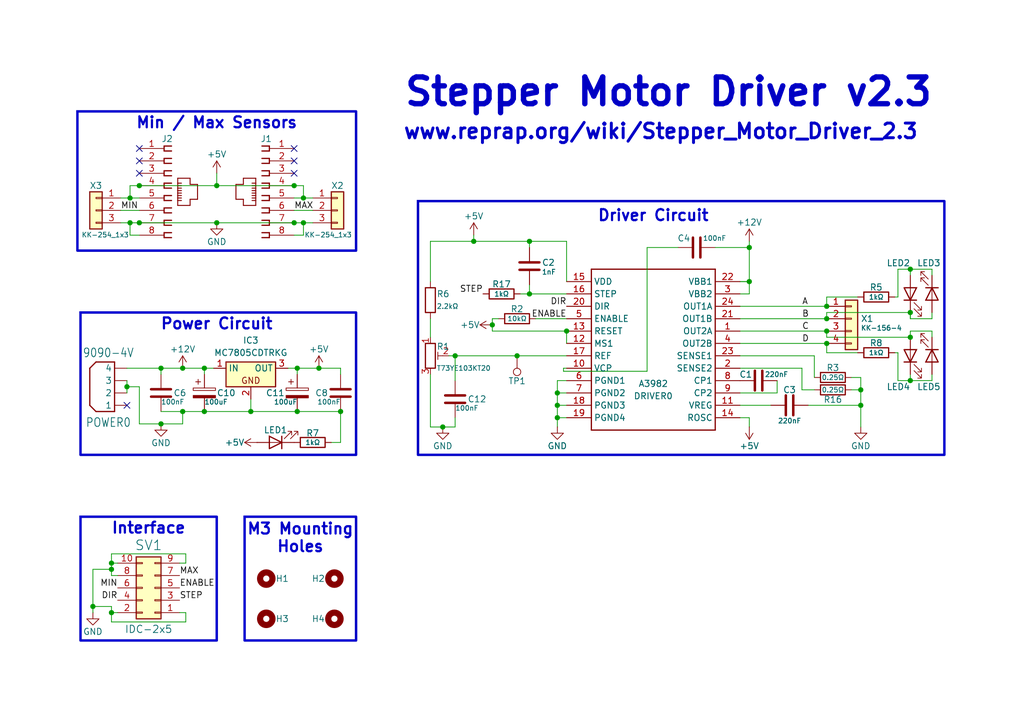
<source format=kicad_sch>
(kicad_sch (version 20231120) (generator "eeschema") (generator_version "8.0")
  (paper "A5")
  (title_block (title "Generation 3 Electronics - Motor Driver") (date "2024-10-25") (rev "2.3") (company "Originally Drawn 2009 by Zach Hoeken") (comment 1 "Updated to KiCad 8.0 by Pera, 2024") (comment 2 "https://www.reprap.org/wiki/Stepper_Motor_Driver_2.3"))
  (lib_symbols
    (symbol "Connector:TestPoint" (pin_numbers hide) (pin_names (offset 0.762) hide)
      (property "Reference" "TP" (at 0 6.858 0))
      (property "Value" "TestPoint" (at 0 5.08 0))
      (symbol "TestPoint_0_1"
        (circle (center 0 3.302) (radius 0.762))
      )
      (symbol "TestPoint_1_1"
        (pin passive line (at 0 0 90) (length 2.54) (name "1") (number "1"))
      )
    )
    (symbol "Connector_Generic:Conn_01x03" (pin_names (offset 1.016) hide)
      (property "Reference" "J" (at 0 5.08 0))
      (property "Value" "Conn_01x03" (at 0 -5.08 0))
      (symbol "Conn_01x03_1_1"
        (rectangle (start -1.27 -2.413) (end 0 -2.667) (stroke (width 0.1524)))
        (rectangle (start -1.27 0.127) (end 0 -0.127) (stroke (width 0.1524)))
        (rectangle (start -1.27 2.667) (end 0 2.413) (stroke (width 0.1524)))
        (rectangle (start -1.27 3.81) (end 1.27 -3.81) (stroke (width 0.254)) (fill (type background)))
        (pin passive line (at -5.08 2.54 0) (length 3.81) (name "Pin_1") (number "1"))
        (pin passive line (at -5.08 0 0) (length 3.81) (name "Pin_2") (number "2"))
        (pin passive line (at -5.08 -2.54 0) (length 3.81) (name "Pin_3") (number "3"))
      )
    )
    (symbol "Connector_Generic:Conn_01x04" (pin_names (offset 1.016) hide)
      (property "Reference" "J" (at 0 5.08 0))
      (property "Value" "Conn_01x04" (at 0 -7.62 0))
      (symbol "Conn_01x04_1_1"
        (rectangle (start -1.27 -4.953) (end 0 -5.207) (stroke (width 0.1524)))
        (rectangle (start -1.27 -2.413) (end 0 -2.667) (stroke (width 0.1524)))
        (rectangle (start -1.27 0.127) (end 0 -0.127) (stroke (width 0.1524)))
        (rectangle (start -1.27 2.667) (end 0 2.413) (stroke (width 0.1524)))
        (rectangle (start -1.27 3.81) (end 1.27 -6.35) (stroke (width 0.254)) (fill (type background)))
        (pin passive line (at -5.08 2.54 0) (length 3.81) (name "Pin_1") (number "1"))
        (pin passive line (at -5.08 0 0) (length 3.81) (name "Pin_2") (number "2"))
        (pin passive line (at -5.08 -2.54 0) (length 3.81) (name "Pin_3") (number "3"))
        (pin passive line (at -5.08 -5.08 0) (length 3.81) (name "Pin_4") (number "4"))
      )
    )
    (symbol "Connector_Generic:Conn_02x05_Odd_Even" (pin_names (offset 1.016) hide)
      (property "Reference" "J" (at 1.27 7.62 0))
      (property "Value" "Conn_02x05_Odd_Even" (at 1.27 -7.62 0))
      (symbol "Conn_02x05_Odd_Even_1_1"
        (rectangle (start -1.27 -4.953) (end 0 -5.207))
        (rectangle (start -1.27 -2.413) (end 0 -2.667))
        (rectangle (start -1.27 0.127) (end 0 -0.127))
        (rectangle (start -1.27 2.667) (end 0 2.413))
        (rectangle (start -1.27 5.207) (end 0 4.953))
        (rectangle (start -1.27 6.35) (end 3.81 -6.35) (stroke (width 0.254)) (fill (type background)))
        (rectangle (start 3.81 -4.953) (end 2.54 -5.207))
        (rectangle (start 3.81 -2.413) (end 2.54 -2.667))
        (rectangle (start 3.81 0.127) (end 2.54 -0.127))
        (rectangle (start 3.81 2.667) (end 2.54 2.413))
        (rectangle (start 3.81 5.207) (end 2.54 4.953))
        (pin passive line (at -5.08 5.08 0) (length 3.81) (name "Pin_1") (number "1"))
        (pin passive line (at 7.62 -5.08 180) (length 3.81) (name "Pin_10") (number "10"))
        (pin passive line (at 7.62 5.08 180) (length 3.81) (name "Pin_2") (number "2"))
        (pin passive line (at -5.08 2.54 0) (length 3.81) (name "Pin_3") (number "3"))
        (pin passive line (at 7.62 2.54 180) (length 3.81) (name "Pin_4") (number "4"))
        (pin passive line (at -5.08 0 0) (length 3.81) (name "Pin_5") (number "5"))
        (pin passive line (at 7.62 0 180) (length 3.81) (name "Pin_6") (number "6"))
        (pin passive line (at -5.08 -2.54 0) (length 3.81) (name "Pin_7") (number "7"))
        (pin passive line (at 7.62 -2.54 180) (length 3.81) (name "Pin_8") (number "8"))
        (pin passive line (at -5.08 -5.08 0) (length 3.81) (name "Pin_9") (number "9"))
      )
    )
    (symbol "Device:C" (pin_numbers hide) (pin_names (offset 0.254))
      (property "Reference" "C" (at 0.635 2.54 0))
      (property "Value" "C" (at 0.635 -2.54 0))
      (symbol "C_0_1"
        (polyline (pts (xy -2.032 -0.762) (xy 2.032 -0.762)) (stroke (width 0.508)))
        (polyline (pts (xy -2.032 0.762) (xy 2.032 0.762)) (stroke (width 0.508)))
      )
      (symbol "C_1_1"
        (pin passive line (at 0 3.81 270) (length 2.794) (name "~") (number "1"))
        (pin passive line (at 0 -3.81 90) (length 2.794) (name "~") (number "2"))
      )
    )
    (symbol "Device:C_Polarized" (pin_numbers hide) (pin_names (offset 0.254))
      (property "Reference" "C" (at 0.635 2.54 0))
      (property "Value" "C_Polarized" (at 0.635 -2.54 0))
      (symbol "C_Polarized_0_1"
        (rectangle (start -2.286 0.508) (end 2.286 1.016))
        (polyline (pts (xy -1.778 2.286) (xy -0.762 2.286)))
        (polyline (pts (xy -1.27 2.794) (xy -1.27 1.778)))
        (rectangle (start 2.286 -0.508) (end -2.286 -1.016) (fill (type outline)))
      )
      (symbol "C_Polarized_1_1"
        (pin passive line (at 0 3.81 270) (length 2.794) (name "~") (number "1"))
        (pin passive line (at 0 -3.81 90) (length 2.794) (name "~") (number "2"))
      )
    )
    (symbol "Device:LED" (pin_numbers hide) (pin_names (offset 1.016) hide)
      (property "Reference" "D" (at 0 2.54 0))
      (property "Value" "LED" (at 0 -2.54 0))
      (symbol "LED_0_1"
        (polyline (pts (xy -1.27 -1.27) (xy -1.27 1.27)) (stroke (width 0.254)))
        (polyline (pts (xy -1.27 0) (xy 1.27 0)))
        (polyline (pts (xy 1.27 -1.27) (xy 1.27 1.27) (xy -1.27 0) (xy 1.27 -1.27)) (stroke (width 0.254)))
        (polyline (pts (xy -3.048 -0.762) (xy -4.572 -2.286) (xy -3.81 -2.286) (xy -4.572 -2.286) (xy -4.572 -1.524)))
        (polyline (pts (xy -1.778 -0.762) (xy -3.302 -2.286) (xy -2.54 -2.286) (xy -3.302 -2.286) (xy -3.302 -1.524)))
      )
      (symbol "LED_1_1"
        (pin passive line (at -3.81 0 0) (length 2.54) (name "K") (number "1"))
        (pin passive line (at 3.81 0 180) (length 2.54) (name "A") (number "2"))
      )
    )
    (symbol "Device:R" (pin_numbers hide) (pin_names (offset 0))
      (property "Reference" "R" (at 2.032 0 90))
      (property "Value" "R" (at 0 0 90))
      (symbol "R_0_1"
        (rectangle (start -1.016 -2.54) (end 1.016 2.54) (stroke (width 0.254)))
      )
      (symbol "R_1_1"
        (pin passive line (at 0 3.81 270) (length 1.27) (name "~") (number "1"))
        (pin passive line (at 0 -3.81 90) (length 1.27) (name "~") (number "2"))
      )
    )
    (symbol "Device:R_Potentiometer_Trim" (pin_names (offset 1.016) hide)
      (property "Reference" "RV" (at -4.445 0 90))
      (property "Value" "R_Potentiometer_Trim" (at -2.54 0 90))
      (symbol "R_Potentiometer_Trim_0_1"
        (polyline (pts (xy 1.524 0.762) (xy 1.524 -0.762)))
        (polyline (pts (xy 2.54 0) (xy 1.524 0)))
        (rectangle (start 1.016 2.54) (end -1.016 -2.54) (stroke (width 0.254)))
      )
      (symbol "R_Potentiometer_Trim_1_1"
        (pin passive line (at 0 3.81 270) (length 1.27) (name "1") (number "1"))
        (pin passive line (at 3.81 0 180) (length 1.27) (name "2") (number "2"))
        (pin passive line (at 0 -3.81 90) (length 1.27) (name "3") (number "3"))
      )
    )
    (symbol "Mechanical:MountingHole" (pin_names (offset 1.016)) (exclude_from_sim yes) (in_bom no)
      (property "Reference" "H" (at 0 5.08 0))
      (property "Value" "MountingHole" (at 0 3.175 0))
      (symbol "MountingHole_0_1"
        (circle (center 0 0) (radius 1.27) (stroke (width 1.27)))
      )
    )
    (symbol "PCM_Voltage_Regulator_AKL:MC7805CDTRKG"
      (property "Reference" "U" (at 0 6.35 0))
      (property "Value" "MC7805CDTRKG" (at 0 3.81 0))
      (symbol "MC7805CDTRKG_0_0"
        (rectangle (start -5.08 1.27) (end 5.08 -3.81) (stroke (width 0.254)) (fill (type background)))
        (text "GND" (at 0 -2.54 0) (effects (font (size 1.27 1.27))))
      )
      (symbol "MC7805CDTRKG_1_1"
        (pin power_in line (at -7.62 0 0) (length 2.54) (name "IN") (number "1"))
        (pin power_in line (at 0 -6.35 90) (length 2.54) (name "~") (number "2"))
        (pin power_out line (at 7.62 0 180) (length 2.54) (name "OUT") (number "3"))
      )
    )
    (symbol "power:+12V" (power) (pin_numbers hide) (pin_names (offset 0) hide)
      (property "Value" "+12V" (at 0 3.556 0))
      (symbol "+12V_0_1"
        (polyline (pts (xy -0.762 1.27) (xy 0 2.54)))
        (polyline (pts (xy 0 0) (xy 0 2.54)))
        (polyline (pts (xy 0 2.54) (xy 0.762 1.27)))
      )
      (symbol "+12V_1_1"
        (pin power_in line (at 0 0 90) (length 0) (name "~") (number "1"))
      )
    )
    (symbol "power:+5V" (power) (pin_numbers hide) (pin_names (offset 0) hide)
      (property "Value" "+5V" (at 0 3.556 0))
      (symbol "+5V_0_1"
        (polyline (pts (xy -0.762 1.27) (xy 0 2.54)))
        (polyline (pts (xy 0 0) (xy 0 2.54)))
        (polyline (pts (xy 0 2.54) (xy 0.762 1.27)))
      )
      (symbol "+5V_1_1"
        (pin power_in line (at 0 0 90) (length 0) (name "~") (number "1"))
      )
    )
    (symbol "power:GND" (power) (pin_numbers hide) (pin_names (offset 0) hide)
      (property "Value" "GND" (at 0 -3.81 0))
      (symbol "GND_0_1"
        (polyline (pts (xy 0 0) (xy 0 -1.27) (xy 1.27 -1.27) (xy 0 -2.54) (xy -1.27 -1.27) (xy 0 -1.27)))
      )
      (symbol "GND_1_1"
        (pin power_in line (at 0 0 270) (length 0) (name "~") (number "1"))
      )
    )
    (symbol "stepper-motor-driver-eagle-import:520426-4"
      (property "Reference" "J" (at -5.08 10.16 0))
      (symbol "520426-4_1_0"
        (polyline (pts (xy 0 -10.668) (xy 1.524 -10.668)) (stroke (width 0.254)))
        (polyline (pts (xy 0 -9.652) (xy 0 -10.668)) (stroke (width 0.254)))
        (polyline (pts (xy 0 -8.128) (xy 1.524 -8.128)) (stroke (width 0.254)))
        (polyline (pts (xy 0 -7.112) (xy 0 -8.128)) (stroke (width 0.254)))
        (polyline (pts (xy 0 -5.588) (xy 1.524 -5.588)) (stroke (width 0.254)))
        (polyline (pts (xy 0 -4.572) (xy 0 -5.588)) (stroke (width 0.254)))
        (polyline (pts (xy 0 -3.048) (xy 1.524 -3.048)) (stroke (width 0.254)))
        (polyline (pts (xy 0 -2.032) (xy 0 -3.048)) (stroke (width 0.254)))
        (polyline (pts (xy 0 -0.508) (xy 1.524 -0.508)) (stroke (width 0.254)))
        (polyline (pts (xy 0 0.508) (xy 0 -0.508)) (stroke (width 0.254)))
        (polyline (pts (xy 0 2.032) (xy 1.524 2.032)) (stroke (width 0.254)))
        (polyline (pts (xy 0 3.048) (xy 0 2.032)) (stroke (width 0.254)))
        (polyline (pts (xy 0 4.572) (xy 1.524 4.572)) (stroke (width 0.254)))
        (polyline (pts (xy 0 5.588) (xy 0 4.572)) (stroke (width 0.254)))
        (polyline (pts (xy 0 7.112) (xy 1.524 7.112)) (stroke (width 0.254)))
        (polyline (pts (xy 0 8.128) (xy 0 7.112)) (stroke (width 0.254)))
        (polyline (pts (xy 1.524 -9.652) (xy 0 -9.652)) (stroke (width 0.254)))
        (polyline (pts (xy 1.524 -7.112) (xy 0 -7.112)) (stroke (width 0.254)))
        (polyline (pts (xy 1.524 -4.572) (xy 0 -4.572)) (stroke (width 0.254)))
        (polyline (pts (xy 1.524 -2.032) (xy 0 -2.032)) (stroke (width 0.254)))
        (polyline (pts (xy 1.524 0.508) (xy 0 0.508)) (stroke (width 0.254)))
        (polyline (pts (xy 1.524 3.048) (xy 0 3.048)) (stroke (width 0.254)))
        (polyline (pts (xy 1.524 5.588) (xy 0 5.588)) (stroke (width 0.254)))
        (polyline (pts (xy 1.524 8.128) (xy 0 8.128)) (stroke (width 0.254)))
        (polyline (pts (xy 2.794 -4.064) (xy 5.334 -4.064)) (stroke (width 0.1998)))
        (polyline (pts (xy 2.794 -3.048) (xy 2.794 -4.064)) (stroke (width 0.1998)))
        (polyline (pts (xy 2.794 -3.048) (xy 3.556 -3.048)) (stroke (width 0.1998)))
        (polyline (pts (xy 2.794 -2.54) (xy 2.794 -3.048)) (stroke (width 0.1998)))
        (polyline (pts (xy 2.794 -2.54) (xy 3.556 -2.54)) (stroke (width 0.1998)))
        (polyline (pts (xy 2.794 -2.032) (xy 2.794 -2.54)) (stroke (width 0.1998)))
        (polyline (pts (xy 2.794 -2.032) (xy 3.556 -2.032)) (stroke (width 0.1998)))
        (polyline (pts (xy 2.794 -1.524) (xy 2.794 -2.032)) (stroke (width 0.1998)))
        (polyline (pts (xy 2.794 -1.524) (xy 3.556 -1.524)) (stroke (width 0.1998)))
        (polyline (pts (xy 2.794 -1.016) (xy 2.794 -1.524)) (stroke (width 0.1998)))
        (polyline (pts (xy 2.794 -1.016) (xy 3.556 -1.016)) (stroke (width 0.1998)))
        (polyline (pts (xy 2.794 -0.508) (xy 2.794 -1.016)) (stroke (width 0.1998)))
        (polyline (pts (xy 2.794 -0.508) (xy 3.556 -0.508)) (stroke (width 0.1998)))
        (polyline (pts (xy 2.794 0) (xy 2.794 -0.508)) (stroke (width 0.1998)))
        (polyline (pts (xy 2.794 0) (xy 3.556 0)) (stroke (width 0.1998)))
        (polyline (pts (xy 2.794 0.508) (xy 2.794 0)) (stroke (width 0.1998)))
        (polyline (pts (xy 2.794 0.508) (xy 3.556 0.508)) (stroke (width 0.1998)))
        (polyline (pts (xy 2.794 1.524) (xy 2.794 0.508)) (stroke (width 0.1998)))
        (polyline (pts (xy 5.334 -4.064) (xy 5.334 -2.794)) (stroke (width 0.1998)))
        (polyline (pts (xy 5.334 -2.794) (xy 6.858 -2.794)) (stroke (width 0.1998)))
        (polyline (pts (xy 5.334 0.254) (xy 5.334 1.524)) (stroke (width 0.1998)))
        (polyline (pts (xy 5.334 1.524) (xy 2.794 1.524)) (stroke (width 0.1998)))
        (polyline (pts (xy 6.858 -2.794) (xy 6.858 0.254)) (stroke (width 0.1998)))
        (polyline (pts (xy 6.858 0.254) (xy 5.334 0.254)) (stroke (width 0.1998)))
        (pin passive line (at -5.08 7.62 0) (length 5.08) (name "1") (number "1"))
        (pin passive line (at -5.08 5.08 0) (length 5.08) (name "2") (number "2"))
        (pin passive line (at -5.08 2.54 0) (length 5.08) (name "3") (number "3"))
        (pin passive line (at -5.08 0 0) (length 5.08) (name "4") (number "4"))
        (pin passive line (at -5.08 -2.54 0) (length 5.08) (name "5") (number "5"))
        (pin passive line (at -5.08 -5.08 0) (length 5.08) (name "6") (number "6"))
        (pin passive line (at -5.08 -7.62 0) (length 5.08) (name "7") (number "7"))
        (pin passive line (at -5.08 -10.16 0) (length 5.08) (name "8") (number "8"))
      )
    )
    (symbol "stepper-motor-driver-eagle-import:9090-4V"
      (property "Reference" "X" (at 0 8.89 0))
      (symbol "9090-4V_1_0"
        (polyline (pts (xy 0 -3.81) (xy 3.81 -3.81)) (stroke (width 0.254)))
        (polyline (pts (xy 0 6.35) (xy 0 -3.81)) (stroke (width 0.254)))
        (polyline (pts (xy 3.81 -3.81) (xy 5.08 -2.54)) (stroke (width 0.254)))
        (polyline (pts (xy 3.81 6.35) (xy 0 6.35)) (stroke (width 0.254)))
        (polyline (pts (xy 5.08 -2.54) (xy 5.08 5.08)) (stroke (width 0.254)))
        (polyline (pts (xy 5.08 5.08) (xy 3.81 6.35)) (stroke (width 0.254)))
        (pin passive line (at -2.54 5.08 0) (length 2.54) (name "1") (number "1"))
        (pin passive line (at -2.54 2.54 0) (length 2.54) (name "2") (number "2"))
        (pin passive line (at -2.54 0 0) (length 2.54) (name "3") (number "3"))
        (pin passive line (at -2.54 -2.54 0) (length 2.54) (name "4") (number "4"))
      )
    )
    (symbol "stepper-motor-driver-eagle-import:A3982SOIC24"
      (symbol "A3982SOIC24_1_0"
        (polyline (pts (xy -12.7 -17.78) (xy -12.7 15.24)) (stroke (width 0.254)))
        (polyline (pts (xy -12.7 15.24) (xy 12.7 15.24)) (stroke (width 0.254)))
        (polyline (pts (xy 12.7 -17.78) (xy -12.7 -17.78)) (stroke (width 0.254)))
        (polyline (pts (xy 12.7 15.24) (xy 12.7 -17.78)) (stroke (width 0.254)))
        (pin bidirectional line (at 17.78 2.54 180) (length 5.08) (name "OUT2A") (number "1"))
        (pin bidirectional line (at -17.78 -5.08 0) (length 5.08) (name "VCP") (number "10"))
        (pin bidirectional line (at 17.78 -12.7 180) (length 5.08) (name "VREG") (number "11"))
        (pin bidirectional line (at -17.78 0 0) (length 5.08) (name "MS1") (number "12"))
        (pin bidirectional line (at -17.78 2.54 0) (length 5.08) (name "RESET") (number "13"))
        (pin bidirectional line (at 17.78 -15.24 180) (length 5.08) (name "ROSC") (number "14"))
        (pin bidirectional line (at -17.78 12.7 0) (length 5.08) (name "VDD") (number "15"))
        (pin bidirectional line (at -17.78 10.16 0) (length 5.08) (name "STEP") (number "16"))
        (pin bidirectional line (at -17.78 -2.54 0) (length 5.08) (name "REF") (number "17"))
        (pin bidirectional line (at -17.78 -12.7 0) (length 5.08) (name "PGND3") (number "18"))
        (pin bidirectional line (at -17.78 -15.24 0) (length 5.08) (name "PGND4") (number "19"))
        (pin bidirectional line (at 17.78 -5.08 180) (length 5.08) (name "SENSE2") (number "2"))
        (pin bidirectional line (at -17.78 7.62 0) (length 5.08) (name "DIR") (number "20"))
        (pin bidirectional line (at 17.78 5.08 180) (length 5.08) (name "OUT1B") (number "21"))
        (pin bidirectional line (at 17.78 12.7 180) (length 5.08) (name "VBB1") (number "22"))
        (pin bidirectional line (at 17.78 -2.54 180) (length 5.08) (name "SENSE1") (number "23"))
        (pin bidirectional line (at 17.78 7.62 180) (length 5.08) (name "OUT1A") (number "24"))
        (pin bidirectional line (at 17.78 10.16 180) (length 5.08) (name "VBB2") (number "3"))
        (pin bidirectional line (at 17.78 0 180) (length 5.08) (name "OUT2B") (number "4"))
        (pin bidirectional line (at -17.78 5.08 0) (length 5.08) (name "ENABLE") (number "5"))
        (pin bidirectional line (at -17.78 -7.62 0) (length 5.08) (name "PGND1") (number "6"))
        (pin bidirectional line (at -17.78 -10.16 0) (length 5.08) (name "PGND2") (number "7"))
        (pin bidirectional line (at 17.78 -7.62 180) (length 5.08) (name "CP1") (number "8"))
        (pin bidirectional line (at 17.78 -10.16 180) (length 5.08) (name "CP2") (number "9"))
      )
    )
  )
  (junction (at 51.435 84.455))
  (junction (at 169.545 62.865))
  (junction (at 93.345 73.025))
  (junction (at 114.3 85.725))
  (junction (at 186.69 69.215))
  (junction (at 108.585 49.53))
  (junction (at 22.86 115.57))
  (junction (at 108.585 60.325))
  (junction (at 26.67 40.64))
  (junction (at 100.965 66.675))
  (junction (at 60.325 45.72))
  (junction (at 44.45 38.1))
  (junction (at 28.575 38.1))
  (junction (at 169.545 70.485))
  (junction (at 22.86 125.73))
  (junction (at 90.805 87.63))
  (junction (at 62.23 40.64))
  (junction (at 65.405 75.565))
  (junction (at 41.91 75.565))
  (junction (at 28.575 45.72))
  (junction (at 62.23 45.72))
  (junction (at 176.53 83.185))
  (junction (at 97.155 49.53))
  (junction (at 37.465 75.565))
  (junction (at 60.96 84.455))
  (junction (at 60.325 38.1))
  (junction (at 69.85 84.455))
  (junction (at 176.53 80.01))
  (junction (at 60.96 75.565))
  (junction (at 37.465 84.455))
  (junction (at 116.205 67.945))
  (junction (at 169.545 67.945))
  (junction (at 153.67 50.8))
  (junction (at 153.67 57.785))
  (junction (at 186.69 78.105))
  (junction (at 44.45 45.72))
  (junction (at 26.035 79.375))
  (junction (at 33.02 75.565))
  (junction (at 33.02 86.995))
  (junction (at 186.69 64.135))
  (junction (at 186.69 55.245))
  (junction (at 169.545 65.405))
  (junction (at 19.05 124.46))
  (junction (at 106.045 73.025))
  (junction (at 114.3 80.645))
  (junction (at 22.86 116.84))
  (junction (at 26.67 45.72))
  (junction (at 114.3 83.185))
  (junction (at 41.91 84.455))
  (no_connect (at 60.325 35.56))
  (no_connect (at 28.575 30.48))
  (no_connect (at 26.035 83.185))
  (no_connect (at 60.325 30.48))
  (no_connect (at 60.325 33.02))
  (no_connect (at 28.575 35.56))
  (no_connect (at 28.575 33.02))
  (wire (pts (xy 164.465 80.01) (xy 167.005 80.01)))
  (wire (pts (xy 115.57 75.565) (xy 116.205 75.565)))
  (wire (pts (xy 186.69 76.835) (xy 186.69 78.105)))
  (wire (pts (xy 38.1 113.665) (xy 22.86 113.665)))
  (wire (pts (xy 28.575 48.26) (xy 26.67 48.26)))
  (wire (pts (xy 33.02 84.455) (xy 37.465 84.455)))
  (wire (pts (xy 151.765 67.945) (xy 169.545 67.945)))
  (wire (pts (xy 115.57 76.2) (xy 132.715 76.2)))
  (wire (pts (xy 116.205 49.53) (xy 116.205 57.785)))
  (wire (pts (xy 114.3 83.185) (xy 114.3 85.725)))
  (wire (pts (xy 167.005 73.025) (xy 167.005 77.47)))
  (wire (pts (xy 65.405 75.565) (xy 69.85 75.565)))
  (wire (pts (xy 33.02 86.995) (xy 37.465 86.995)))
  (wire (pts (xy 60.325 48.26) (xy 62.23 48.26)))
  (wire (pts (xy 114.3 83.185) (xy 116.205 83.185)))
  (wire (pts (xy 93.345 73.025) (xy 93.345 78.105)))
  (wire (pts (xy 114.3 80.645) (xy 116.205 80.645)))
  (wire (pts (xy 151.765 75.565) (xy 164.465 75.565)))
  (wire (pts (xy 28.575 38.1) (xy 44.45 38.1)))
  (wire (pts (xy 33.02 75.565) (xy 37.465 75.565)))
  (wire (pts (xy 93.345 85.725) (xy 93.345 87.63)))
  (wire (pts (xy 69.85 90.805) (xy 69.85 84.455)))
  (wire (pts (xy 88.265 49.53) (xy 97.155 49.53)))
  (wire (pts (xy 114.3 78.105) (xy 116.205 78.105)))
  (wire (pts (xy 108.585 49.53) (xy 116.205 49.53)))
  (wire (pts (xy 109.855 65.405) (xy 116.205 65.405)))
  (wire (pts (xy 69.85 76.835) (xy 69.85 75.565)))
  (wire (pts (xy 28.575 86.995) (xy 33.02 86.995)))
  (wire (pts (xy 22.86 118.11) (xy 22.86 116.84)))
  (wire (pts (xy 132.715 50.8) (xy 132.715 76.2)))
  (wire (pts (xy 26.035 79.375) (xy 28.575 79.375)))
  (wire (pts (xy 153.67 60.325) (xy 151.765 60.325)))
  (wire (pts (xy 26.67 45.72) (xy 28.575 45.72)))
  (wire (pts (xy 169.545 72.39) (xy 169.545 70.485)))
  (wire (pts (xy 97.155 48.26) (xy 97.155 49.53)))
  (wire (pts (xy 24.13 125.73) (xy 22.86 125.73)))
  (wire (pts (xy 108.585 58.42) (xy 108.585 60.325)))
  (wire (pts (xy 169.545 72.39) (xy 175.895 72.39)))
  (wire (pts (xy 114.3 85.725) (xy 116.205 85.725)))
  (wire (pts (xy 60.325 38.1) (xy 62.23 38.1)))
  (wire (pts (xy 24.765 40.64) (xy 26.67 40.64)))
  (wire (pts (xy 184.15 55.245) (xy 186.69 55.245)))
  (wire (pts (xy 19.05 116.84) (xy 22.86 116.84)))
  (wire (pts (xy 191.135 67.945) (xy 191.135 69.215)))
  (wire (pts (xy 186.69 67.945) (xy 191.135 67.945)))
  (wire (pts (xy 67.945 90.805) (xy 69.85 90.805)))
  (wire (pts (xy 100.965 65.405) (xy 100.965 66.675)))
  (wire (pts (xy 116.205 67.945) (xy 100.965 67.945)))
  (wire (pts (xy 41.91 75.565) (xy 43.815 75.565)))
  (wire (pts (xy 186.69 78.105) (xy 184.15 78.105)))
  (wire (pts (xy 24.765 45.72) (xy 26.67 45.72)))
  (wire (pts (xy 19.05 124.46) (xy 19.05 116.84)))
  (wire (pts (xy 151.765 80.645) (xy 159.385 80.645)))
  (wire (pts (xy 26.67 38.1) (xy 28.575 38.1)))
  (wire (pts (xy 60.96 75.565) (xy 65.405 75.565)))
  (wire (pts (xy 22.86 115.57) (xy 24.13 115.57)))
  (wire (pts (xy 169.545 64.135) (xy 169.545 65.405)))
  (wire (pts (xy 38.1 127.635) (xy 38.1 125.73)))
  (wire (pts (xy 41.91 84.455) (xy 51.435 84.455)))
  (wire (pts (xy 176.53 83.185) (xy 176.53 87.63)))
  (wire (pts (xy 28.575 45.72) (xy 44.45 45.72)))
  (wire (pts (xy 33.02 75.565) (xy 33.02 76.835)))
  (wire (pts (xy 88.265 65.405) (xy 88.265 69.215)))
  (wire (pts (xy 191.135 78.105) (xy 191.135 76.835)))
  (wire (pts (xy 151.765 73.025) (xy 167.005 73.025)))
  (wire (pts (xy 59.055 75.565) (xy 60.96 75.565)))
  (wire (pts (xy 153.67 50.8) (xy 153.67 57.785)))
  (wire (pts (xy 153.67 60.325) (xy 153.67 57.785)))
  (wire (pts (xy 175.895 60.96) (xy 169.545 60.96)))
  (wire (pts (xy 26.67 40.64) (xy 28.575 40.64)))
  (wire (pts (xy 165.735 83.185) (xy 176.53 83.185)))
  (wire (pts (xy 93.345 87.63) (xy 90.805 87.63)))
  (wire (pts (xy 159.385 78.105) (xy 159.385 80.645)))
  (wire (pts (xy 169.545 69.215) (xy 186.69 69.215)))
  (wire (pts (xy 115.57 76.2) (xy 115.57 75.565)))
  (wire (pts (xy 100.965 65.405) (xy 102.235 65.405)))
  (wire (pts (xy 51.435 81.915) (xy 51.435 84.455)))
  (wire (pts (xy 44.45 45.72) (xy 60.325 45.72)))
  (wire (pts (xy 41.91 76.835) (xy 41.91 75.565)))
  (wire (pts (xy 191.135 55.245) (xy 191.135 56.515)))
  (wire (pts (xy 191.135 65.405) (xy 191.135 64.135)))
  (wire (pts (xy 169.545 64.135) (xy 186.69 64.135)))
  (wire (pts (xy 22.86 125.73) (xy 22.86 127.635)))
  (wire (pts (xy 64.135 43.18) (xy 60.325 43.18)))
  (wire (pts (xy 60.325 45.72) (xy 62.23 45.72)))
  (wire (pts (xy 169.545 60.96) (xy 169.545 62.865)))
  (wire (pts (xy 26.035 78.105) (xy 26.035 79.375)))
  (wire (pts (xy 139.065 50.8) (xy 132.715 50.8)))
  (wire (pts (xy 158.115 83.185) (xy 151.765 83.185)))
  (wire (pts (xy 153.67 57.785) (xy 151.765 57.785)) (stroke (width 0.1524)))
  (wire (pts (xy 186.69 64.135) (xy 186.69 65.405)))
  (wire (pts (xy 186.69 55.245) (xy 191.135 55.245)))
  (wire (pts (xy 38.1 125.73) (xy 36.83 125.73)))
  (wire (pts (xy 62.23 40.64) (xy 60.325 40.64)))
  (wire (pts (xy 22.86 125.73) (xy 22.86 124.46)))
  (wire (pts (xy 37.465 84.455) (xy 41.91 84.455)))
  (wire (pts (xy 186.69 78.105) (xy 191.135 78.105)))
  (wire (pts (xy 153.67 57.785) (xy 151.765 57.785)))
  (wire (pts (xy 114.3 85.725) (xy 114.3 87.63)))
  (wire (pts (xy 114.3 80.645) (xy 114.3 83.185)))
  (wire (pts (xy 93.345 73.025) (xy 106.045 73.025)))
  (wire (pts (xy 28.575 79.375) (xy 28.575 86.995)))
  (wire (pts (xy 22.86 124.46) (xy 19.05 124.46)))
  (wire (pts (xy 26.67 45.72) (xy 26.67 48.26)))
  (wire (pts (xy 97.155 49.53) (xy 108.585 49.53)))
  (wire (pts (xy 26.67 40.64) (xy 26.67 38.1)))
  (wire (pts (xy 26.035 79.375) (xy 26.035 80.645)))
  (wire (pts (xy 184.15 55.245) (xy 184.15 60.96)))
  (wire (pts (xy 62.23 45.72) (xy 62.23 48.26)))
  (wire (pts (xy 176.53 77.47) (xy 176.53 80.01)))
  (wire (pts (xy 186.69 56.515) (xy 186.69 55.245)))
  (wire (pts (xy 153.67 85.725) (xy 153.67 87.63)))
  (wire (pts (xy 51.435 84.455) (xy 60.96 84.455)))
  (wire (pts (xy 62.23 40.64) (xy 62.23 38.1)))
  (wire (pts (xy 186.69 67.945) (xy 186.69 69.215)))
  (wire (pts (xy 88.265 76.835) (xy 88.265 87.63)))
  (wire (pts (xy 146.685 50.8) (xy 153.67 50.8)))
  (wire (pts (xy 60.96 76.835) (xy 60.96 75.565)))
  (wire (pts (xy 164.465 75.565) (xy 164.465 80.01)))
  (wire (pts (xy 153.67 85.725) (xy 151.765 85.725)))
  (wire (pts (xy 108.585 50.8) (xy 108.585 49.53)))
  (wire (pts (xy 151.765 65.405) (xy 169.545 65.405)))
  (wire (pts (xy 92.075 73.025) (xy 93.345 73.025)))
  (wire (pts (xy 174.625 77.47) (xy 176.53 77.47)))
  (wire (pts (xy 184.15 60.96) (xy 183.515 60.96)))
  (wire (pts (xy 64.135 40.64) (xy 62.23 40.64)))
  (wire (pts (xy 26.035 75.565) (xy 33.02 75.565)))
  (wire (pts (xy 44.45 38.1) (xy 60.325 38.1)))
  (wire (pts (xy 184.15 72.39) (xy 184.15 78.105)))
  (wire (pts (xy 37.465 75.565) (xy 41.91 75.565)))
  (wire (pts (xy 36.83 115.57) (xy 38.1 115.57)))
  (wire (pts (xy 88.265 49.53) (xy 88.265 57.785)))
  (wire (pts (xy 106.68 60.325) (xy 108.585 60.325)))
  (wire (pts (xy 114.3 78.105) (xy 114.3 80.645)))
  (wire (pts (xy 22.86 116.84) (xy 22.86 115.57)))
  (wire (pts (xy 108.585 60.325) (xy 116.205 60.325)))
  (wire (pts (xy 184.15 72.39) (xy 183.515 72.39)))
  (wire (pts (xy 174.625 80.01) (xy 176.53 80.01)))
  (wire (pts (xy 153.67 49.53) (xy 153.67 50.8)))
  (wire (pts (xy 22.86 113.665) (xy 22.86 115.57)))
  (wire (pts (xy 24.765 43.18) (xy 28.575 43.18)))
  (wire (pts (xy 88.265 87.63) (xy 90.805 87.63)))
  (wire (pts (xy 151.765 70.485) (xy 169.545 70.485)))
  (wire (pts (xy 151.765 62.865) (xy 169.545 62.865)))
  (wire (pts (xy 19.05 125.73) (xy 19.05 124.46)))
  (wire (pts (xy 37.465 86.995) (xy 37.465 84.455)))
  (wire (pts (xy 22.86 127.635) (xy 38.1 127.635)))
  (wire (pts (xy 60.96 84.455) (xy 69.85 84.455)))
  (wire (pts (xy 116.205 70.485) (xy 116.205 67.945)))
  (wire (pts (xy 38.1 113.665) (xy 38.1 115.57)))
  (wire (pts (xy 24.13 118.11) (xy 22.86 118.11)))
  (wire (pts (xy 64.135 45.72) (xy 62.23 45.72)))
  (wire (pts (xy 186.69 65.405) (xy 191.135 65.405)))
  (wire (pts (xy 176.53 80.01) (xy 176.53 83.185)))
  (wire (pts (xy 44.45 38.1) (xy 44.45 35.56)))
  (wire (pts (xy 186.69 64.135) (xy 186.69 65.405)) (stroke (width 0.1524)))
  (wire (pts (xy 100.965 66.675) (xy 100.965 67.945)))
  (wire (pts (xy 169.545 69.215) (xy 169.545 67.945)))
  (wire (pts (xy 106.045 73.025) (xy 116.205 73.025)))
  (rectangle (start 16.51 64.135) (end 73.025 93.345) (stroke (width 0.5)))
  (rectangle (start 85.725 41.275) (end 193.675 93.345) (stroke (width 0.5)))
  (rectangle (start 16.51 106.045) (end 44.45 131.445) (stroke (width 0.5)))
  (rectangle (start 50.165 106.045) (end 73.025 131.445) (stroke (width 0.5)))
  (rectangle (start 15.875 22.86) (end 73.025 51.435) (stroke (width 0.5)))
  (text "www.reprap.org/wiki/Stepper_Motor_Driver_2.3" (at 82.55 25.4 0) (effects (font (size 3 3) (thickness 0.6) (bold yes)) (justify left top)))
  (text "Power Circuit" (at 44.45 67.945 0) (effects (font (size 2.25 2.25) (thickness 0.45) (bold yes)) (justify bottom)))
  (text "Interface" (at 30.48 109.855 0) (effects (font (size 2.25 2.25) (thickness 0.45) (bold yes)) (justify bottom)))
  (text "Stepper Motor Driver v2.3" (at 82.55 19.05 0) (effects (font (size 5.5 5.5) (thickness 1.1) (bold yes)) (justify left)))
  (text "M3 Mounting\nHoles" (at 61.595 113.665 0) (effects (font (size 2.25 2.25) (thickness 0.45) (bold yes)) (justify bottom)))
  (text "Min / Max Sensors" (at 44.45 26.67 0) (effects (font (size 2.25 2.25) (thickness 0.45) (bold yes)) (justify bottom)))
  (text "Driver Circuit" (at 133.985 45.72 0) (effects (font (size 2.25 2.25) (thickness 0.45) (bold yes)) (justify bottom)))
  (label "DIR" (at 24.13 123.19 180))
  (label "A" (at 164.465 62.865 0))
  (label "ENABLE" (at 36.83 120.65 0))
  (label "D" (at 164.465 70.485 0))
  (label "STEP" (at 36.83 123.19 0))
  (label "B" (at 164.465 65.405 0))
  (label "STEP" (at 99.06 60.325 180))
  (label "MIN" (at 24.13 120.65 180))
  (label "MIN" (at 24.765 43.18 0))
  (label "MAX" (at 60.325 43.18 0))
  (label "C" (at 164.465 67.945 0))
  (label "DIR" (at 116.205 62.865 180))
  (label "MAX" (at 36.83 118.11 0))
  (label "ENABLE" (at 116.205 65.405 180))
  (symbol (lib_id "Device:C_Polarized") (at 41.91 80.645 0) (unit 1)
    (property "Reference" "C10" (at 44.45 80.645 0) (effects (justify left)))
    (property "Value" "100uF" (at 41.91 81.915 0) (effects (font (size 1 1)) (justify left top)))
    (property "Footprint" "Capacitor_SMD:CP_Elec_10x10" (effects (hide yes)))
    (property "Description" "Polarized capacitor" (effects (hide yes)))
    (property "Comment" "Marginally lower voltage rating; We aint 48ving tho" (effects (hide yes)))
    (property "LCSC" "C250828" (effects (hide yes)))
  )
  (symbol (lib_id "Device:R") (at 170.815 77.47 90) (mirror x) (unit 1)
    (property "Reference" "R3" (at 170.815 76.2 90) (effects (justify bottom)))
    (property "Value" "0.25Ω" (at 170.815 77.47 90) (effects (font (size 1 1))))
    (property "Footprint" "PCM_Resistor_SMD_AKL:R_2512_6332Metric_Pad1.52x3.35mm_HandSolder" (effects (hide yes)))
    (property "Description" "Resistor" (effects (hide yes)))
    (property "Comment" "250mΩ" (effects (hide yes)))
    (property "LCSC" "C25467" (effects (hide yes)))
  )
  (symbol (lib_id "power:GND") (at 44.45 45.72 0) (unit 1)
    (property "Reference" "#PWR07" (effects (hide yes)))
    (property "Value" "GND" (at 44.45 48.895 0) (effects (justify top)))
    (property "Description" "Power symbol creates a global label with name \"GND\" , ground" (effects (hide yes)))
  )
  (symbol (lib_id "power:+5V") (at 44.45 35.56 0) (unit 1)
    (property "Reference" "#PWR05" (effects (hide yes)))
    (property "Value" "+5V" (at 44.45 32.385 0) (effects (justify bottom)))
    (property "Description" "Power symbol creates a global label with name \"+5V\"" (effects (hide yes)))
  )
  (symbol (lib_id "Device:LED") (at 56.515 90.805 180) (unit 1)
    (property "Reference" "LED1" (at 56.515 88.265 0))
    (property "Value" "GREEN" (effects (hide yes)))
    (property "Footprint" "LED_SMD:LED_1206_3216Metric_Pad1.42x1.75mm_HandSolder" (effects (hide yes)))
    (property "Description" "Light emitting diode" (effects (hide yes)))
    (property "LCSC" "C2980185" (effects (hide yes)))
  )
  (symbol (lib_id "power:+5V") (at 97.155 48.26 0) (unit 1)
    (property "Reference" "#PWR02" (effects (hide yes)))
    (property "Value" "+5V" (at 97.155 45.085 0) (effects (justify bottom)))
    (property "Description" "Power symbol creates a global label with name \"+5V\"" (effects (hide yes)))
  )
  (symbol (lib_id "Connector:TestPoint") (at 106.045 73.025 180) (unit 1)
    (property "Reference" "TP1" (at 106.045 77.47 0) (effects (justify bottom)))
    (property "Value" "TestPoint" (effects (hide yes)))
    (property "Footprint" "stepper-motor-driver:P1-13" (effects (hide yes)))
    (property "Description" "test point" (effects (hide yes)))
    (property "Comment" "N/A" (effects (hide yes)))
  )
  (symbol (lib_id "power:+5V") (at 52.705 90.805 90) (unit 1)
    (property "Reference" "#PWR06" (effects (hide yes)))
    (property "Value" "+5V" (at 50.165 90.805 90) (effects (justify left)))
    (property "Description" "Power symbol creates a global label with name \"+5V\"" (effects (hide yes)))
  )
  (symbol (lib_id "Device:C") (at 108.585 54.61 180) (unit 1)
    (property "Reference" "C2" (at 111.125 54.61 0) (effects (justify right top)))
    (property "Value" "1nF" (at 111.125 55.245 0) (effects (font (size 1 1)) (justify right bottom)))
    (property "Footprint" "Capacitor_SMD:C_1206_3216Metric_Pad1.33x1.80mm_HandSolder" (effects (hide yes)))
    (property "Description" "Unpolarized capacitor" (effects (hide yes)))
    (property "LCSC" "C5448899" (effects (hide yes)))
  )
  (symbol (lib_id "Device:R") (at 106.045 65.405 90) (mirror x) (unit 1)
    (property "Reference" "R2" (at 106.045 64.135 90) (effects (justify bottom)))
    (property "Value" "10kΩ" (at 106.045 65.405 90) (effects (font (size 1 1))))
    (property "Footprint" "PCM_Resistor_SMD_AKL:R_1206_3216Metric_Pad1.30x1.75mm_HandSolder" (effects (hide yes)))
    (property "Description" "Resistor" (effects (hide yes)))
    (property "LCSC" "C2907423" (effects (hide yes)))
  )
  (symbol (lib_id "Device:LED") (at 191.135 60.325 270) (unit 1)
    (property "Reference" "LED3" (at 190.5 53.975 90))
    (property "Value" "GREEN" (effects (hide yes)))
    (property "Footprint" "LED_SMD:LED_1206_3216Metric_Pad1.42x1.75mm_HandSolder" (effects (hide yes)))
    (property "Description" "Light emitting diode" (effects (hide yes)))
    (property "LCSC" "C2980185" (effects (hide yes)))
  )
  (symbol (lib_id "stepper-motor-driver-eagle-import:520426-4") (at 33.655 38.1 0) (unit 1)
    (property "Reference" "J2" (at 34.29 29.21 0) (effects (justify bottom)))
    (property "Value" "520426-4" (effects (hide yes)))
    (property "Footprint" "stepper-motor-driver:520426-4" (effects (hide yes)))
    (property "Comment" "RJ45 Connectors; Not needed if 1x3 KK2.54 used" (effects (hide yes)))
    (property "LCSC" "C3000202" (effects (hide yes)))
  )
  (symbol (lib_id "power:+12V") (at 153.67 49.53 0) (unit 1)
    (property "Reference" "#PWR014" (effects (hide yes)))
    (property "Value" "+12V" (at 153.67 46.355 0) (effects (justify bottom)))
    (property "Description" "Power symbol creates a global label with name \"+12V\"" (effects (hide yes)))
  )
  (symbol (lib_id "power:GND") (at 114.3 87.63 0) (unit 1)
    (property "Reference" "#PWR09" (effects (hide yes)))
    (property "Value" "GND" (at 114.3 90.805 0) (effects (justify top)))
    (property "Description" "Power symbol creates a global label with name \"GND\" , ground" (effects (hide yes)))
  )
  (symbol (lib_id "Mechanical:MountingHole") (at 54.61 118.745 0) (unit 1) (exclude_from_sim yes) (in_bom no)
    (property "Reference" "H1" (at 56.515 118.745 0) (effects (justify left)))
    (property "Value" "MountingHole" (effects (hide yes)))
    (property "Footprint" "CustomFootprints:M3 Mounting Hole ~ Classic" (effects (hide yes)))
    (property "Description" "Mounting Hole without connection" (effects (hide yes)))
    (property "Comment" "N/A" (effects (hide yes)))
  )
  (symbol (lib_id "Device:R") (at 179.705 60.96 90) (mirror x) (unit 1)
    (property "Reference" "R5" (at 179.705 59.69 90) (effects (justify bottom)))
    (property "Value" "1kΩ" (at 179.705 60.96 90) (effects (font (size 1 1))))
    (property "Footprint" "PCM_Resistor_SMD_AKL:R_1206_3216Metric_Pad1.30x1.75mm_HandSolder" (effects (hide yes)))
    (property "Description" "Resistor" (effects (hide yes)))
    (property "LCSC" "C2907440" (effects (hide yes)))
  )
  (symbol (lib_id "Mechanical:MountingHole") (at 68.58 118.745 0) (mirror y) (unit 1) (exclude_from_sim yes) (in_bom no)
    (property "Reference" "H2" (at 66.675 118.745 0) (effects (justify left)))
    (property "Value" "MountingHole" (effects (hide yes)))
    (property "Footprint" "CustomFootprints:M3 Mounting Hole ~ Classic" (effects (hide yes)))
    (property "Description" "Mounting Hole without connection" (effects (hide yes)))
    (property "Comment" "N/A" (effects (hide yes)))
  )
  (symbol (lib_id "Device:LED") (at 186.69 60.325 90) (unit 1)
    (property "Reference" "LED2" (at 186.69 53.975 90) (effects (justify left)))
    (property "Value" "GREEN" (effects (hide yes)))
    (property "Footprint" "LED_SMD:LED_1206_3216Metric_Pad1.42x1.75mm_HandSolder" (effects (hide yes)))
    (property "Description" "Light emitting diode" (effects (hide yes)))
    (property "LCSC" "C2980185" (effects (hide yes)))
  )
  (symbol (lib_id "Device:C") (at 161.925 83.185 90) (unit 1)
    (property "Reference" "C3" (at 161.925 80.01 90))
    (property "Value" "220nF" (at 161.925 86.36 90) (effects (font (size 1 1))))
    (property "Footprint" "Capacitor_SMD:C_1206_3216Metric_Pad1.33x1.80mm_HandSolder" (effects (hide yes)))
    (property "Description" "Unpolarized capacitor" (effects (hide yes)))
    (property "LCSC" "C377090" (effects (hide yes)))
  )
  (symbol (lib_id "Connector_Generic:Conn_01x03") (at 69.215 43.18 0) (unit 1)
    (property "Reference" "X2" (at 69.215 38.1 0))
    (property "Value" "KK-254_1x3" (at 67.31 47.625 0) (effects (font (size 1 1)) (justify top)))
    (property "Footprint" "Connector_Molex:Molex_KK-254_AE-6410-03A_1x03_P2.54mm_Vertical" (effects (hide yes)))
    (property "Description" "Generic connector, single row, 01x03, script generated (kicad-library-utils/schlib/autogen/connector/)" (effects (hide yes)))
    (property "Comment" "Molex KK 2.54 1x3; Not needed if RJ45 used" (effects (hide yes)))
  )
  (symbol (lib_id "Device:R") (at 102.87 60.325 90) (mirror x) (unit 1)
    (property "Reference" "R17" (at 102.87 59.055 90) (effects (justify bottom)))
    (property "Value" "1kΩ" (at 102.87 60.325 90) (effects (font (size 1 1))))
    (property "Footprint" "PCM_Resistor_SMD_AKL:R_1206_3216Metric_Pad1.30x1.75mm_HandSolder" (effects (hide yes)))
    (property "Description" "Resistor" (effects (hide yes)))
    (property "LCSC" "C2907440" (effects (hide yes)))
  )
  (symbol (lib_id "power:GND") (at 90.805 87.63 0) (unit 1)
    (property "Reference" "#PWR010" (effects (hide yes)))
    (property "Value" "GND" (at 90.805 90.805 0) (effects (justify top)))
    (property "Description" "Power symbol creates a global label with name \"GND\" , ground" (effects (hide yes)))
  )
  (symbol (lib_id "Device:C_Polarized") (at 60.96 80.645 0) (unit 1)
    (property "Reference" "C11" (at 58.42 80.645 0) (effects (justify right)))
    (property "Value" "100uF" (at 60.96 81.915 0) (effects (font (size 1 1)) (justify right top)))
    (property "Footprint" "Capacitor_SMD:CP_Elec_10x10" (effects (hide yes)))
    (property "Description" "Polarized capacitor" (effects (hide yes)))
    (property "Comment" "Marginally lower voltage rating; We aint 48ving tho" (effects (hide yes)))
    (property "LCSC" "C250828" (effects (hide yes)))
  )
  (symbol (lib_id "Mechanical:MountingHole") (at 68.58 127 0) (mirror y) (unit 1) (exclude_from_sim yes) (in_bom no)
    (property "Reference" "H4" (at 66.675 127 0) (effects (justify left)))
    (property "Value" "MountingHole" (effects (hide yes)))
    (property "Footprint" "CustomFootprints:M3 Mounting Hole ~ Classic" (effects (hide yes)))
    (property "Description" "Mounting Hole without connection" (effects (hide yes)))
    (property "Comment" "N/A" (effects (hide yes)))
  )
  (symbol (lib_id "Connector_Generic:Conn_01x03") (at 19.685 43.18 0) (mirror y) (unit 1)
    (property "Reference" "X3" (at 19.685 38.1 0))
    (property "Value" "KK-254_1x3" (at 21.59 47.625 0) (effects (font (size 1 1)) (justify top)))
    (property "Footprint" "Connector_Molex:Molex_KK-254_AE-6410-03A_1x03_P2.54mm_Vertical" (effects (hide yes)))
    (property "Description" "Generic connector, single row, 01x03, script generated (kicad-library-utils/schlib/autogen/connector/)" (effects (hide yes)))
    (property "Comment" "Molex KK 2.54 1x3; Not needed if RJ45 used" (effects (hide yes)))
  )
  (symbol (lib_id "Connector_Generic:Conn_01x04") (at 174.625 65.405 0) (unit 1)
    (property "Reference" "X1" (at 176.53 65.405 0) (effects (justify left)))
    (property "Value" "KK-156-4" (at 176.53 67.31 0) (effects (font (size 1 1)) (justify left)))
    (property "Footprint" "stepper-motor-driver:KK-156-4" (effects (hide yes)))
    (property "Description" "Generic connector, single row, 01x04, script generated (kicad-library-utils/schlib/autogen/connector/)" (effects (hide yes)))
    (property "Comment" "Molex KK 3.96 1x4" (effects (hide yes)))
    (property "LCSC" "C10379" (effects (hide yes)))
  )
  (symbol (lib_id "Device:R") (at 179.705 72.39 90) (mirror x) (unit 1)
    (property "Reference" "R8" (at 179.705 71.12 90) (effects (justify bottom)))
    (property "Value" "1kΩ" (at 179.705 72.39 90) (effects (font (size 1 1))))
    (property "Footprint" "PCM_Resistor_SMD_AKL:R_1206_3216Metric_Pad1.30x1.75mm_HandSolder" (effects (hide yes)))
    (property "Description" "Resistor" (effects (hide yes)))
    (property "LCSC" "C2907440" (effects (hide yes)))
  )
  (symbol (lib_id "Device:C") (at 142.875 50.8 90) (unit 1)
    (property "Reference" "C4" (at 141.605 48.895 90) (effects (justify left)))
    (property "Value" "100nF" (at 144.145 48.895 90) (effects (font (size 1 1)) (justify right)))
    (property "Footprint" "Capacitor_SMD:C_1206_3216Metric_Pad1.33x1.80mm_HandSolder" (effects (hide yes)))
    (property "Description" "Unpolarized capacitor" (effects (hide yes)))
    (property "LCSC" "C841554" (effects (hide yes)))
  )
  (symbol (lib_id "stepper-motor-driver-eagle-import:520426-4") (at 55.245 38.1 0) (mirror y) (unit 1)
    (property "Reference" "J1" (at 54.61 29.21 0) (effects (justify bottom)))
    (property "Value" "520426-4" (effects (hide yes)))
    (property "Footprint" "stepper-motor-driver:520426-4" (effects (hide yes)))
    (property "Comment" "RJ45 Connectors; Not needed if 1x3 KK2.54 used" (effects (hide yes)))
    (property "LCSC" "C3000202" (effects (hide yes)))
  )
  (symbol (lib_id "Device:R_Potentiometer_Trim") (at 88.265 73.025 0) (unit 1)
    (property "Reference" "R1" (at 89.535 71.12 0) (effects (justify left)))
    (property "Value" "T73YE103KT20" (at 89.535 75.565 0) (effects (font (size 1 1)) (justify left)))
    (property "Footprint" "Potentiometer_THT:Potentiometer_Vishay_T73YP_Vertical" (effects (hide yes)))
    (property "Description" "Trim-potentiometer" (effects (hide yes)))
    (property "Comment" "Alternative part used? Should work." (effects (hide yes)))
    (property "LCSC" "C58159" (effects (hide yes)))
  )
  (symbol (lib_id "stepper-motor-driver-eagle-import:9090-4V") (at 23.495 78.105 180) (unit 1)
    (property "Reference" "POWER0" (at 22.225 85.725 0) (effects (font (size 1.778 1.5113)) (justify bottom)))
    (property "Value" "9090-4V" (at 22.225 72.39 0) (effects (font (size 1.778 1.5113))))
    (property "Footprint" "stepper-motor-driver:9090-4V" (effects (hide yes)))
    (property "Comment" "Molex 4-pin PC connector" (effects (hide yes)))
    (property "LCSC" "C492551" (effects (hide yes)))
  )
  (symbol (lib_id "power:+12V") (at 37.465 75.565 0) (unit 1)
    (property "Reference" "#PWR013" (effects (hide yes)))
    (property "Value" "+12V" (at 37.465 72.39 0) (effects (justify bottom)))
    (property "Description" "Power symbol creates a global label with name \"+12V\"" (effects (hide yes)))
  )
  (symbol (lib_id "Device:LED") (at 186.69 73.025 90) (unit 1)
    (property "Reference" "LED4" (at 186.69 79.375 90) (effects (justify left)))
    (property "Value" "RED" (effects (hide yes)))
    (property "Footprint" "LED_SMD:LED_1206_3216Metric_Pad1.42x1.75mm_HandSolder" (effects (hide yes)))
    (property "Description" "Light emitting diode" (effects (hide yes)))
    (property "LCSC" "C2892757" (effects (hide yes)))
  )
  (symbol (lib_id "power:+5V") (at 153.67 87.63 180) (unit 1)
    (property "Reference" "#PWR04" (effects (hide yes)))
    (property "Value" "+5V" (at 153.67 90.805 0) (effects (justify bottom)))
    (property "Description" "Power symbol creates a global label with name \"+5V\"" (effects (hide yes)))
  )
  (symbol (lib_id "Device:LED") (at 191.135 73.025 270) (unit 1)
    (property "Reference" "LED5" (at 190.5 79.375 90))
    (property "Value" "RED" (effects (hide yes)))
    (property "Footprint" "LED_SMD:LED_1206_3216Metric_Pad1.42x1.75mm_HandSolder" (effects (hide yes)))
    (property "Description" "Light emitting diode" (effects (hide yes)))
    (property "LCSC" "C2892757" (effects (hide yes)))
  )
  (symbol (lib_id "Device:C") (at 93.345 81.915 0) (mirror x) (unit 1)
    (property "Reference" "C12" (at 95.885 81.915 0) (effects (justify left)))
    (property "Value" "100nF" (at 93.345 83.185 0) (effects (font (size 1 1)) (justify left bottom)))
    (property "Footprint" "Capacitor_SMD:C_1206_3216Metric_Pad1.33x1.80mm_HandSolder" (effects (hide yes)))
    (property "Description" "Unpolarized capacitor" (effects (hide yes)))
    (property "LCSC" "C841554" (effects (hide yes)))
  )
  (symbol (lib_id "Connector_Generic:Conn_02x05_Odd_Even") (at 31.75 120.65 180) (unit 1)
    (property "Reference" "SV1" (at 30.48 113.03 0) (effects (font (size 2 2)) (justify top)))
    (property "Value" "IDC-2x5" (at 30.48 128.27 0) (effects (font (size 1.5 1.5)) (justify bottom)))
    (property "Footprint" "IDC-Header_2x05_P2.54mm_Vertical" (effects (hide yes)))
    (property "Description" "Generic connector, double row, 02x05, odd/even pin numbering scheme (row 1 odd numbers, row 2 even numbers), script generated (kicad-library-utils/schlib/autogen/connector/)" (effects (hide yes)))
    (property "LCSC" "C429962" (effects (hide yes)))
  )
  (symbol (lib_id "stepper-motor-driver-eagle-import:A3982SOIC24") (at 133.985 70.485 0) (unit 1)
    (property "Reference" "DRIVER0" (at 133.985 81.28 0))
    (property "Value" "A3982" (at 133.985 78.74 0))
    (property "Footprint" "PCM_Package_SO_AKL:SOIC-24W_7.5x15.4mm_P1.27mm" (effects (hide yes)))
    (property "Comment" "Only stocked @ Digikey; A3982SLBTR-T" (effects (hide yes)))
  )
  (symbol (lib_id "Device:C") (at 33.02 80.645 0) (mirror x) (unit 1)
    (property "Reference" "C6" (at 35.56 80.645 0) (effects (justify left)))
    (property "Value" "100nF" (at 33.02 81.915 0) (effects (font (size 1 1)) (justify left bottom)))
    (property "Footprint" "Capacitor_SMD:C_1206_3216Metric_Pad1.33x1.80mm_HandSolder" (effects (hide yes)))
    (property "Description" "Unpolarized capacitor" (effects (hide yes)))
    (property "LCSC" "C841554" (effects (hide yes)))
  )
  (symbol (lib_id "Device:R") (at 64.135 90.805 270) (mirror x) (unit 1)
    (property "Reference" "R7" (at 64.135 88.9 90))
    (property "Value" "1kΩ" (at 64.135 90.805 90) (effects (font (size 1 1))))
    (property "Footprint" "PCM_Resistor_SMD_AKL:R_1206_3216Metric_Pad1.30x1.75mm_HandSolder" (effects (hide yes)))
    (property "Description" "Resistor" (effects (hide yes)))
    (property "LCSC" "C2907440" (effects (hide yes)))
  )
  (symbol (lib_id "power:GND") (at 176.53 87.63 0) (unit 1)
    (property "Reference" "#PWR08" (effects (hide yes)))
    (property "Value" "GND" (at 176.53 90.805 0) (effects (justify top)))
    (property "Description" "Power symbol creates a global label with name \"GND\" , ground" (effects (hide yes)))
  )
  (symbol (lib_id "power:GND") (at 33.02 86.995 0) (unit 1)
    (property "Reference" "#PWR011" (effects (hide yes)))
    (property "Value" "GND" (at 33.02 90.17 0) (effects (justify top)))
    (property "Description" "Power symbol creates a global label with name \"GND\" , ground" (effects (hide yes)))
  )
  (symbol (lib_id "PCM_Voltage_Regulator_AKL:MC7805CDTRKG") (at 51.435 75.565 0) (unit 1)
    (property "Reference" "IC3" (at 51.435 69.85 0))
    (property "Value" "MC7805CDTRKG" (at 51.435 72.39 0))
    (property "Footprint" "PCM_Package_TO_SOT_SMD_AKL:TO-252-2" (effects (hide yes)))
    (property "Description" "TO-252 5V 1A 3-terminal voltage regulator, Alternate KiCad Library" (effects (hide yes)))
    (property "LCSC" "C54285" (effects (hide yes)))
  )
  (symbol (lib_id "Device:R") (at 170.815 80.01 90) (unit 1)
    (property "Reference" "R16" (at 170.815 81.28 90) (effects (justify bottom)))
    (property "Value" "0.25Ω" (at 170.815 80.01 90) (effects (font (size 1 1))))
    (property "Footprint" "PCM_Resistor_SMD_AKL:R_2512_6332Metric_Pad1.52x3.35mm_HandSolder" (effects (hide yes)))
    (property "Description" "Resistor" (effects (hide yes)))
    (property "Comment" "250mΩ" (effects (hide yes)))
    (property "LCSC" "C25467" (effects (hide yes)))
  )
  (symbol (lib_id "power:GND") (at 19.05 125.73 0) (unit 1)
    (property "Reference" "#PWR012" (effects (hide yes)))
    (property "Value" "GND" (at 19.05 128.905 0) (effects (justify top)))
    (property "Description" "Power symbol creates a global label with name \"GND\" , ground" (effects (hide yes)))
  )
  (symbol (lib_id "power:+5V") (at 65.405 75.565 0) (unit 1)
    (property "Reference" "#PWR01" (effects (hide yes)))
    (property "Value" "+5V" (at 65.405 72.39 0) (effects (justify bottom)))
    (property "Description" "Power symbol creates a global label with name \"+5V\"" (effects (hide yes)))
  )
  (symbol (lib_id "power:+5V") (at 100.965 66.675 90) (unit 1)
    (property "Reference" "#PWR03" (effects (hide yes)))
    (property "Value" "+5V" (at 98.425 66.675 90) (effects (justify left)))
    (property "Description" "Power symbol creates a global label with name \"+5V\"" (effects (hide yes)))
  )
  (symbol (lib_id "Mechanical:MountingHole") (at 54.61 127 0) (unit 1) (exclude_from_sim yes) (in_bom no)
    (property "Reference" "H3" (at 56.515 127 0) (effects (justify left)))
    (property "Value" "MountingHole" (effects (hide yes)))
    (property "Footprint" "CustomFootprints:M3 Mounting Hole ~ Classic" (effects (hide yes)))
    (property "Description" "Mounting Hole without connection" (effects (hide yes)))
    (property "Comment" "N/A" (effects (hide yes)))
  )
  (symbol (lib_id "Device:C") (at 69.85 80.645 180) (unit 1)
    (property "Reference" "C8" (at 67.31 80.645 0) (effects (justify left)))
    (property "Value" "100nF" (at 69.85 81.915 0) (effects (font (size 1 1)) (justify left bottom)))
    (property "Footprint" "Capacitor_SMD:C_1206_3216Metric_Pad1.33x1.80mm_HandSolder" (effects (hide yes)))
    (property "Description" "Unpolarized capacitor" (effects (hide yes)))
    (property "LCSC" "C841554" (effects (hide yes)))
  )
  (symbol (lib_id "Device:R") (at 88.265 61.595 0) (mirror x) (unit 1)
    (property "Reference" "R6" (at 89.535 60.325 0) (effects (justify left)))
    (property "Value" "2.2kΩ" (at 89.535 62.865 0) (effects (font (size 1 1)) (justify left)))
    (property "Footprint" "PCM_Resistor_SMD_AKL:R_1206_3216Metric_Pad1.30x1.75mm_HandSolder" (effects (hide yes)))
    (property "Description" "Resistor" (effects (hide yes)))
    (property "LCSC" "C26038" (effects (hide yes)))
  )
  (symbol (lib_id "Device:C") (at 155.575 78.105 90) (unit 1)
    (property "Reference" "C1" (at 154.305 76.835 90) (effects (justify left)))
    (property "Value" "220nF" (at 156.845 76.835 90) (effects (font (size 1 1)) (justify right)))
    (property "Footprint" "Capacitor_SMD:C_1206_3216Metric_Pad1.33x1.80mm_HandSolder" (effects (hide yes)))
    (property "Description" "Unpolarized capacitor" (effects (hide yes)))
    (property "LCSC" "C377090" (effects (hide yes)))
  )
)
</source>
